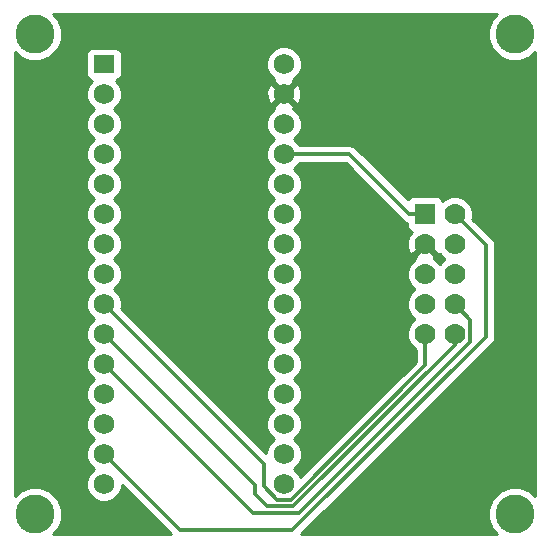
<source format=gtl>
G04 (created by PCBNEW-RS274X (2011-07-19)-testing) date Fri 10 Feb 2012 03:52:09 PM PST*
G01*
G70*
G90*
%MOIN*%
G04 Gerber Fmt 3.4, Leading zero omitted, Abs format*
%FSLAX34Y34*%
G04 APERTURE LIST*
%ADD10C,0.006000*%
%ADD11R,0.069000X0.060000*%
%ADD12C,0.069000*%
%ADD13R,0.070000X0.070000*%
%ADD14C,0.070000*%
%ADD15C,0.130000*%
%ADD16C,0.012000*%
%ADD17C,0.010000*%
G04 APERTURE END LIST*
G54D10*
G54D11*
X48300Y-32000D03*
G54D12*
X48300Y-33000D03*
X48300Y-34000D03*
X48300Y-35000D03*
X48300Y-36000D03*
X48300Y-37000D03*
X48300Y-38000D03*
X48300Y-39000D03*
X48300Y-40000D03*
X48300Y-41000D03*
X48300Y-42000D03*
X48300Y-43000D03*
X48300Y-44000D03*
X48300Y-45000D03*
X48300Y-46000D03*
X54300Y-46000D03*
X54300Y-45000D03*
X54300Y-44000D03*
X54300Y-43000D03*
X54300Y-42000D03*
X54300Y-41000D03*
X54300Y-40000D03*
X54300Y-39000D03*
X54300Y-38000D03*
X54300Y-37000D03*
X54300Y-36000D03*
X54300Y-35000D03*
X54300Y-34000D03*
X54300Y-33000D03*
X54300Y-32000D03*
G54D13*
X59000Y-37000D03*
G54D14*
X60000Y-37000D03*
X59000Y-38000D03*
X60000Y-38000D03*
X59000Y-39000D03*
X60000Y-39000D03*
X59000Y-40000D03*
X60000Y-40000D03*
X59000Y-41000D03*
X60000Y-41000D03*
G54D15*
X62000Y-31000D03*
X62000Y-47000D03*
X46000Y-47000D03*
X46000Y-31000D03*
G54D16*
X56487Y-35000D02*
X54300Y-35000D01*
X58487Y-37000D02*
X56487Y-35000D01*
X59000Y-37000D02*
X58487Y-37000D01*
X60514Y-40514D02*
X60000Y-40000D01*
X60514Y-41246D02*
X60514Y-40514D01*
X54794Y-46966D02*
X60514Y-41246D01*
X53266Y-46966D02*
X54794Y-46966D01*
X48300Y-42000D02*
X53266Y-46966D01*
X50843Y-47543D02*
X48300Y-45000D01*
X54582Y-47543D02*
X50843Y-47543D01*
X61042Y-41083D02*
X54582Y-47543D01*
X61042Y-38042D02*
X61042Y-41083D01*
X60000Y-37000D02*
X61042Y-38042D01*
X53627Y-45327D02*
X48300Y-40000D01*
X53627Y-46074D02*
X53627Y-45327D01*
X54073Y-46520D02*
X53627Y-46074D01*
X54524Y-46520D02*
X54073Y-46520D01*
X59000Y-42044D02*
X54524Y-46520D01*
X59000Y-41000D02*
X59000Y-42044D01*
X60000Y-41360D02*
X60000Y-41000D01*
X54617Y-46743D02*
X60000Y-41360D01*
X53727Y-46743D02*
X54617Y-46743D01*
X53324Y-46340D02*
X53727Y-46743D01*
X53324Y-46024D02*
X53324Y-46340D01*
X48300Y-41000D02*
X53324Y-46024D01*
G54D10*
G36*
X59653Y-38500D02*
X59500Y-38653D01*
X59339Y-38492D01*
X59319Y-38484D01*
X59343Y-38414D01*
X59000Y-38071D01*
X58929Y-38142D01*
X58657Y-38414D01*
X58680Y-38484D01*
X58661Y-38492D01*
X58492Y-38661D01*
X58401Y-38881D01*
X58401Y-39119D01*
X58492Y-39339D01*
X58653Y-39500D01*
X58492Y-39661D01*
X58401Y-39881D01*
X58401Y-40119D01*
X58492Y-40339D01*
X58653Y-40500D01*
X58492Y-40661D01*
X58401Y-40881D01*
X58401Y-41119D01*
X58492Y-41339D01*
X58661Y-41508D01*
X58690Y-41519D01*
X58690Y-41916D01*
X54844Y-45761D01*
X54804Y-45664D01*
X54640Y-45500D01*
X54803Y-45337D01*
X54894Y-45118D01*
X54894Y-44882D01*
X54804Y-44664D01*
X54640Y-44500D01*
X54803Y-44337D01*
X54894Y-44118D01*
X54894Y-43882D01*
X54804Y-43664D01*
X54640Y-43500D01*
X54803Y-43337D01*
X54894Y-43118D01*
X54894Y-42882D01*
X54804Y-42664D01*
X54640Y-42500D01*
X54803Y-42337D01*
X54894Y-42118D01*
X54894Y-41882D01*
X54804Y-41664D01*
X54640Y-41500D01*
X54803Y-41337D01*
X54894Y-41118D01*
X54894Y-40882D01*
X54804Y-40664D01*
X54640Y-40500D01*
X54803Y-40337D01*
X54894Y-40118D01*
X54894Y-39882D01*
X54804Y-39664D01*
X54640Y-39500D01*
X54803Y-39337D01*
X54894Y-39118D01*
X54894Y-38882D01*
X54804Y-38664D01*
X54640Y-38500D01*
X54803Y-38337D01*
X54894Y-38118D01*
X54894Y-37882D01*
X54804Y-37664D01*
X54640Y-37500D01*
X54803Y-37337D01*
X54894Y-37118D01*
X54894Y-36882D01*
X54804Y-36664D01*
X54640Y-36500D01*
X54803Y-36337D01*
X54894Y-36118D01*
X54894Y-35882D01*
X54804Y-35664D01*
X54640Y-35500D01*
X54803Y-35337D01*
X54814Y-35310D01*
X56358Y-35310D01*
X58267Y-37219D01*
X58268Y-37219D01*
X58318Y-37252D01*
X58368Y-37286D01*
X58369Y-37286D01*
X58401Y-37292D01*
X58401Y-37399D01*
X58439Y-37491D01*
X58509Y-37561D01*
X58556Y-37580D01*
X58498Y-37639D01*
X58533Y-37674D01*
X58487Y-37690D01*
X58407Y-37909D01*
X58418Y-38144D01*
X58487Y-38310D01*
X58586Y-38343D01*
X58894Y-38035D01*
X58929Y-38000D01*
X59000Y-37929D01*
X59071Y-38000D01*
X59106Y-38035D01*
X59414Y-38343D01*
X59484Y-38319D01*
X59492Y-38339D01*
X59653Y-38500D01*
X59653Y-38500D01*
G37*
G54D17*
X59653Y-38500D02*
X59500Y-38653D01*
X59339Y-38492D01*
X59319Y-38484D01*
X59343Y-38414D01*
X59000Y-38071D01*
X58929Y-38142D01*
X58657Y-38414D01*
X58680Y-38484D01*
X58661Y-38492D01*
X58492Y-38661D01*
X58401Y-38881D01*
X58401Y-39119D01*
X58492Y-39339D01*
X58653Y-39500D01*
X58492Y-39661D01*
X58401Y-39881D01*
X58401Y-40119D01*
X58492Y-40339D01*
X58653Y-40500D01*
X58492Y-40661D01*
X58401Y-40881D01*
X58401Y-41119D01*
X58492Y-41339D01*
X58661Y-41508D01*
X58690Y-41519D01*
X58690Y-41916D01*
X54844Y-45761D01*
X54804Y-45664D01*
X54640Y-45500D01*
X54803Y-45337D01*
X54894Y-45118D01*
X54894Y-44882D01*
X54804Y-44664D01*
X54640Y-44500D01*
X54803Y-44337D01*
X54894Y-44118D01*
X54894Y-43882D01*
X54804Y-43664D01*
X54640Y-43500D01*
X54803Y-43337D01*
X54894Y-43118D01*
X54894Y-42882D01*
X54804Y-42664D01*
X54640Y-42500D01*
X54803Y-42337D01*
X54894Y-42118D01*
X54894Y-41882D01*
X54804Y-41664D01*
X54640Y-41500D01*
X54803Y-41337D01*
X54894Y-41118D01*
X54894Y-40882D01*
X54804Y-40664D01*
X54640Y-40500D01*
X54803Y-40337D01*
X54894Y-40118D01*
X54894Y-39882D01*
X54804Y-39664D01*
X54640Y-39500D01*
X54803Y-39337D01*
X54894Y-39118D01*
X54894Y-38882D01*
X54804Y-38664D01*
X54640Y-38500D01*
X54803Y-38337D01*
X54894Y-38118D01*
X54894Y-37882D01*
X54804Y-37664D01*
X54640Y-37500D01*
X54803Y-37337D01*
X54894Y-37118D01*
X54894Y-36882D01*
X54804Y-36664D01*
X54640Y-36500D01*
X54803Y-36337D01*
X54894Y-36118D01*
X54894Y-35882D01*
X54804Y-35664D01*
X54640Y-35500D01*
X54803Y-35337D01*
X54814Y-35310D01*
X56358Y-35310D01*
X58267Y-37219D01*
X58268Y-37219D01*
X58318Y-37252D01*
X58368Y-37286D01*
X58369Y-37286D01*
X58401Y-37292D01*
X58401Y-37399D01*
X58439Y-37491D01*
X58509Y-37561D01*
X58556Y-37580D01*
X58498Y-37639D01*
X58533Y-37674D01*
X58487Y-37690D01*
X58407Y-37909D01*
X58418Y-38144D01*
X58487Y-38310D01*
X58586Y-38343D01*
X58894Y-38035D01*
X58929Y-38000D01*
X59000Y-37929D01*
X59071Y-38000D01*
X59106Y-38035D01*
X59414Y-38343D01*
X59484Y-38319D01*
X59492Y-38339D01*
X59653Y-38500D01*
G54D10*
G36*
X62675Y-46402D02*
X62511Y-46238D01*
X62180Y-46100D01*
X61822Y-46100D01*
X61491Y-46237D01*
X61238Y-46489D01*
X61100Y-46820D01*
X61100Y-47178D01*
X61237Y-47509D01*
X61402Y-47675D01*
X54888Y-47675D01*
X61261Y-41303D01*
X61261Y-41302D01*
X61328Y-41202D01*
X61351Y-41084D01*
X61352Y-41083D01*
X61352Y-38042D01*
X61328Y-37923D01*
X61261Y-37823D01*
X61261Y-37822D01*
X60586Y-37148D01*
X60599Y-37119D01*
X60599Y-36881D01*
X60508Y-36661D01*
X60339Y-36492D01*
X60119Y-36401D01*
X59881Y-36401D01*
X59661Y-36492D01*
X59585Y-36567D01*
X59561Y-36509D01*
X59491Y-36439D01*
X59400Y-36401D01*
X59301Y-36401D01*
X58601Y-36401D01*
X58509Y-36439D01*
X58439Y-36509D01*
X58437Y-36511D01*
X56706Y-34781D01*
X56606Y-34714D01*
X56487Y-34690D01*
X54814Y-34690D01*
X54804Y-34664D01*
X54640Y-34500D01*
X54803Y-34337D01*
X54894Y-34118D01*
X54894Y-33882D01*
X54894Y-32118D01*
X54894Y-31882D01*
X54804Y-31664D01*
X54637Y-31497D01*
X54418Y-31406D01*
X54182Y-31406D01*
X53964Y-31496D01*
X53797Y-31663D01*
X53706Y-31882D01*
X53706Y-32118D01*
X53796Y-32336D01*
X53963Y-32503D01*
X53985Y-32512D01*
X53961Y-32590D01*
X54300Y-32929D01*
X54639Y-32590D01*
X54614Y-32512D01*
X54636Y-32504D01*
X54803Y-32337D01*
X54894Y-32118D01*
X54894Y-33882D01*
X54888Y-33867D01*
X54888Y-33090D01*
X54878Y-32858D01*
X54808Y-32692D01*
X54710Y-32661D01*
X54371Y-33000D01*
X54710Y-33339D01*
X54808Y-33308D01*
X54888Y-33090D01*
X54888Y-33867D01*
X54804Y-33664D01*
X54637Y-33497D01*
X54614Y-33487D01*
X54639Y-33410D01*
X54300Y-33071D01*
X54229Y-33142D01*
X54229Y-33000D01*
X53890Y-32661D01*
X53792Y-32692D01*
X53712Y-32910D01*
X53722Y-33142D01*
X53792Y-33308D01*
X53890Y-33339D01*
X54229Y-33000D01*
X54229Y-33142D01*
X53961Y-33410D01*
X53985Y-33487D01*
X53964Y-33496D01*
X53797Y-33663D01*
X53706Y-33882D01*
X53706Y-34118D01*
X53796Y-34336D01*
X53960Y-34500D01*
X53797Y-34663D01*
X53706Y-34882D01*
X53706Y-35118D01*
X53796Y-35336D01*
X53960Y-35500D01*
X53797Y-35663D01*
X53706Y-35882D01*
X53706Y-36118D01*
X53796Y-36336D01*
X53960Y-36500D01*
X53797Y-36663D01*
X53706Y-36882D01*
X53706Y-37118D01*
X53796Y-37336D01*
X53960Y-37500D01*
X53797Y-37663D01*
X53706Y-37882D01*
X53706Y-38118D01*
X53796Y-38336D01*
X53960Y-38500D01*
X53797Y-38663D01*
X53706Y-38882D01*
X53706Y-39118D01*
X53796Y-39336D01*
X53960Y-39500D01*
X53797Y-39663D01*
X53706Y-39882D01*
X53706Y-40118D01*
X53796Y-40336D01*
X53960Y-40500D01*
X53797Y-40663D01*
X53706Y-40882D01*
X53706Y-41118D01*
X53796Y-41336D01*
X53960Y-41500D01*
X53797Y-41663D01*
X53706Y-41882D01*
X53706Y-42118D01*
X53796Y-42336D01*
X53960Y-42500D01*
X53797Y-42663D01*
X53706Y-42882D01*
X53706Y-43118D01*
X53796Y-43336D01*
X53960Y-43500D01*
X53797Y-43663D01*
X53706Y-43882D01*
X53706Y-44118D01*
X53796Y-44336D01*
X53960Y-44500D01*
X53797Y-44663D01*
X53706Y-44882D01*
X53706Y-44967D01*
X48882Y-40144D01*
X48894Y-40118D01*
X48894Y-39882D01*
X48804Y-39664D01*
X48640Y-39500D01*
X48803Y-39337D01*
X48894Y-39118D01*
X48894Y-38882D01*
X48804Y-38664D01*
X48640Y-38500D01*
X48803Y-38337D01*
X48894Y-38118D01*
X48894Y-37882D01*
X48804Y-37664D01*
X48640Y-37500D01*
X48803Y-37337D01*
X48894Y-37118D01*
X48894Y-36882D01*
X48804Y-36664D01*
X48640Y-36500D01*
X48803Y-36337D01*
X48894Y-36118D01*
X48894Y-35882D01*
X48804Y-35664D01*
X48640Y-35500D01*
X48803Y-35337D01*
X48894Y-35118D01*
X48894Y-34882D01*
X48804Y-34664D01*
X48640Y-34500D01*
X48803Y-34337D01*
X48894Y-34118D01*
X48894Y-33882D01*
X48804Y-33664D01*
X48640Y-33500D01*
X48803Y-33337D01*
X48894Y-33118D01*
X48894Y-32882D01*
X48804Y-32664D01*
X48689Y-32549D01*
X48694Y-32549D01*
X48786Y-32511D01*
X48856Y-32441D01*
X48894Y-32350D01*
X48894Y-32251D01*
X48894Y-31651D01*
X48856Y-31559D01*
X48786Y-31489D01*
X48695Y-31451D01*
X48596Y-31451D01*
X47906Y-31451D01*
X47814Y-31489D01*
X47744Y-31559D01*
X47706Y-31650D01*
X47706Y-31749D01*
X47706Y-32349D01*
X47744Y-32441D01*
X47814Y-32511D01*
X47905Y-32549D01*
X47911Y-32549D01*
X47797Y-32663D01*
X47706Y-32882D01*
X47706Y-33118D01*
X47796Y-33336D01*
X47960Y-33500D01*
X47797Y-33663D01*
X47706Y-33882D01*
X47706Y-34118D01*
X47796Y-34336D01*
X47960Y-34500D01*
X47797Y-34663D01*
X47706Y-34882D01*
X47706Y-35118D01*
X47796Y-35336D01*
X47960Y-35500D01*
X47797Y-35663D01*
X47706Y-35882D01*
X47706Y-36118D01*
X47796Y-36336D01*
X47960Y-36500D01*
X47797Y-36663D01*
X47706Y-36882D01*
X47706Y-37118D01*
X47796Y-37336D01*
X47960Y-37500D01*
X47797Y-37663D01*
X47706Y-37882D01*
X47706Y-38118D01*
X47796Y-38336D01*
X47960Y-38500D01*
X47797Y-38663D01*
X47706Y-38882D01*
X47706Y-39118D01*
X47796Y-39336D01*
X47960Y-39500D01*
X47797Y-39663D01*
X47706Y-39882D01*
X47706Y-40118D01*
X47796Y-40336D01*
X47960Y-40500D01*
X47797Y-40663D01*
X47706Y-40882D01*
X47706Y-41118D01*
X47796Y-41336D01*
X47960Y-41500D01*
X47797Y-41663D01*
X47706Y-41882D01*
X47706Y-42118D01*
X47796Y-42336D01*
X47960Y-42500D01*
X47797Y-42663D01*
X47706Y-42882D01*
X47706Y-43118D01*
X47796Y-43336D01*
X47960Y-43500D01*
X47797Y-43663D01*
X47706Y-43882D01*
X47706Y-44118D01*
X47796Y-44336D01*
X47960Y-44500D01*
X47797Y-44663D01*
X47706Y-44882D01*
X47706Y-45118D01*
X47796Y-45336D01*
X47960Y-45500D01*
X47797Y-45663D01*
X47706Y-45882D01*
X47706Y-46118D01*
X47796Y-46336D01*
X47963Y-46503D01*
X48182Y-46594D01*
X48418Y-46594D01*
X48636Y-46504D01*
X48803Y-46337D01*
X48894Y-46118D01*
X48894Y-46032D01*
X50537Y-47675D01*
X46597Y-47675D01*
X46762Y-47511D01*
X46900Y-47180D01*
X46900Y-46822D01*
X46763Y-46491D01*
X46511Y-46238D01*
X46180Y-46100D01*
X45822Y-46100D01*
X45491Y-46237D01*
X45325Y-46402D01*
X45325Y-31597D01*
X45489Y-31762D01*
X45820Y-31900D01*
X46178Y-31900D01*
X46509Y-31763D01*
X46762Y-31511D01*
X46900Y-31180D01*
X46900Y-30822D01*
X46763Y-30491D01*
X46597Y-30325D01*
X61402Y-30325D01*
X61238Y-30489D01*
X61100Y-30820D01*
X61100Y-31178D01*
X61237Y-31509D01*
X61489Y-31762D01*
X61820Y-31900D01*
X62178Y-31900D01*
X62509Y-31763D01*
X62675Y-31597D01*
X62675Y-46402D01*
X62675Y-46402D01*
G37*
G54D17*
X62675Y-46402D02*
X62511Y-46238D01*
X62180Y-46100D01*
X61822Y-46100D01*
X61491Y-46237D01*
X61238Y-46489D01*
X61100Y-46820D01*
X61100Y-47178D01*
X61237Y-47509D01*
X61402Y-47675D01*
X54888Y-47675D01*
X61261Y-41303D01*
X61261Y-41302D01*
X61328Y-41202D01*
X61351Y-41084D01*
X61352Y-41083D01*
X61352Y-38042D01*
X61328Y-37923D01*
X61261Y-37823D01*
X61261Y-37822D01*
X60586Y-37148D01*
X60599Y-37119D01*
X60599Y-36881D01*
X60508Y-36661D01*
X60339Y-36492D01*
X60119Y-36401D01*
X59881Y-36401D01*
X59661Y-36492D01*
X59585Y-36567D01*
X59561Y-36509D01*
X59491Y-36439D01*
X59400Y-36401D01*
X59301Y-36401D01*
X58601Y-36401D01*
X58509Y-36439D01*
X58439Y-36509D01*
X58437Y-36511D01*
X56706Y-34781D01*
X56606Y-34714D01*
X56487Y-34690D01*
X54814Y-34690D01*
X54804Y-34664D01*
X54640Y-34500D01*
X54803Y-34337D01*
X54894Y-34118D01*
X54894Y-33882D01*
X54894Y-32118D01*
X54894Y-31882D01*
X54804Y-31664D01*
X54637Y-31497D01*
X54418Y-31406D01*
X54182Y-31406D01*
X53964Y-31496D01*
X53797Y-31663D01*
X53706Y-31882D01*
X53706Y-32118D01*
X53796Y-32336D01*
X53963Y-32503D01*
X53985Y-32512D01*
X53961Y-32590D01*
X54300Y-32929D01*
X54639Y-32590D01*
X54614Y-32512D01*
X54636Y-32504D01*
X54803Y-32337D01*
X54894Y-32118D01*
X54894Y-33882D01*
X54888Y-33867D01*
X54888Y-33090D01*
X54878Y-32858D01*
X54808Y-32692D01*
X54710Y-32661D01*
X54371Y-33000D01*
X54710Y-33339D01*
X54808Y-33308D01*
X54888Y-33090D01*
X54888Y-33867D01*
X54804Y-33664D01*
X54637Y-33497D01*
X54614Y-33487D01*
X54639Y-33410D01*
X54300Y-33071D01*
X54229Y-33142D01*
X54229Y-33000D01*
X53890Y-32661D01*
X53792Y-32692D01*
X53712Y-32910D01*
X53722Y-33142D01*
X53792Y-33308D01*
X53890Y-33339D01*
X54229Y-33000D01*
X54229Y-33142D01*
X53961Y-33410D01*
X53985Y-33487D01*
X53964Y-33496D01*
X53797Y-33663D01*
X53706Y-33882D01*
X53706Y-34118D01*
X53796Y-34336D01*
X53960Y-34500D01*
X53797Y-34663D01*
X53706Y-34882D01*
X53706Y-35118D01*
X53796Y-35336D01*
X53960Y-35500D01*
X53797Y-35663D01*
X53706Y-35882D01*
X53706Y-36118D01*
X53796Y-36336D01*
X53960Y-36500D01*
X53797Y-36663D01*
X53706Y-36882D01*
X53706Y-37118D01*
X53796Y-37336D01*
X53960Y-37500D01*
X53797Y-37663D01*
X53706Y-37882D01*
X53706Y-38118D01*
X53796Y-38336D01*
X53960Y-38500D01*
X53797Y-38663D01*
X53706Y-38882D01*
X53706Y-39118D01*
X53796Y-39336D01*
X53960Y-39500D01*
X53797Y-39663D01*
X53706Y-39882D01*
X53706Y-40118D01*
X53796Y-40336D01*
X53960Y-40500D01*
X53797Y-40663D01*
X53706Y-40882D01*
X53706Y-41118D01*
X53796Y-41336D01*
X53960Y-41500D01*
X53797Y-41663D01*
X53706Y-41882D01*
X53706Y-42118D01*
X53796Y-42336D01*
X53960Y-42500D01*
X53797Y-42663D01*
X53706Y-42882D01*
X53706Y-43118D01*
X53796Y-43336D01*
X53960Y-43500D01*
X53797Y-43663D01*
X53706Y-43882D01*
X53706Y-44118D01*
X53796Y-44336D01*
X53960Y-44500D01*
X53797Y-44663D01*
X53706Y-44882D01*
X53706Y-44967D01*
X48882Y-40144D01*
X48894Y-40118D01*
X48894Y-39882D01*
X48804Y-39664D01*
X48640Y-39500D01*
X48803Y-39337D01*
X48894Y-39118D01*
X48894Y-38882D01*
X48804Y-38664D01*
X48640Y-38500D01*
X48803Y-38337D01*
X48894Y-38118D01*
X48894Y-37882D01*
X48804Y-37664D01*
X48640Y-37500D01*
X48803Y-37337D01*
X48894Y-37118D01*
X48894Y-36882D01*
X48804Y-36664D01*
X48640Y-36500D01*
X48803Y-36337D01*
X48894Y-36118D01*
X48894Y-35882D01*
X48804Y-35664D01*
X48640Y-35500D01*
X48803Y-35337D01*
X48894Y-35118D01*
X48894Y-34882D01*
X48804Y-34664D01*
X48640Y-34500D01*
X48803Y-34337D01*
X48894Y-34118D01*
X48894Y-33882D01*
X48804Y-33664D01*
X48640Y-33500D01*
X48803Y-33337D01*
X48894Y-33118D01*
X48894Y-32882D01*
X48804Y-32664D01*
X48689Y-32549D01*
X48694Y-32549D01*
X48786Y-32511D01*
X48856Y-32441D01*
X48894Y-32350D01*
X48894Y-32251D01*
X48894Y-31651D01*
X48856Y-31559D01*
X48786Y-31489D01*
X48695Y-31451D01*
X48596Y-31451D01*
X47906Y-31451D01*
X47814Y-31489D01*
X47744Y-31559D01*
X47706Y-31650D01*
X47706Y-31749D01*
X47706Y-32349D01*
X47744Y-32441D01*
X47814Y-32511D01*
X47905Y-32549D01*
X47911Y-32549D01*
X47797Y-32663D01*
X47706Y-32882D01*
X47706Y-33118D01*
X47796Y-33336D01*
X47960Y-33500D01*
X47797Y-33663D01*
X47706Y-33882D01*
X47706Y-34118D01*
X47796Y-34336D01*
X47960Y-34500D01*
X47797Y-34663D01*
X47706Y-34882D01*
X47706Y-35118D01*
X47796Y-35336D01*
X47960Y-35500D01*
X47797Y-35663D01*
X47706Y-35882D01*
X47706Y-36118D01*
X47796Y-36336D01*
X47960Y-36500D01*
X47797Y-36663D01*
X47706Y-36882D01*
X47706Y-37118D01*
X47796Y-37336D01*
X47960Y-37500D01*
X47797Y-37663D01*
X47706Y-37882D01*
X47706Y-38118D01*
X47796Y-38336D01*
X47960Y-38500D01*
X47797Y-38663D01*
X47706Y-38882D01*
X47706Y-39118D01*
X47796Y-39336D01*
X47960Y-39500D01*
X47797Y-39663D01*
X47706Y-39882D01*
X47706Y-40118D01*
X47796Y-40336D01*
X47960Y-40500D01*
X47797Y-40663D01*
X47706Y-40882D01*
X47706Y-41118D01*
X47796Y-41336D01*
X47960Y-41500D01*
X47797Y-41663D01*
X47706Y-41882D01*
X47706Y-42118D01*
X47796Y-42336D01*
X47960Y-42500D01*
X47797Y-42663D01*
X47706Y-42882D01*
X47706Y-43118D01*
X47796Y-43336D01*
X47960Y-43500D01*
X47797Y-43663D01*
X47706Y-43882D01*
X47706Y-44118D01*
X47796Y-44336D01*
X47960Y-44500D01*
X47797Y-44663D01*
X47706Y-44882D01*
X47706Y-45118D01*
X47796Y-45336D01*
X47960Y-45500D01*
X47797Y-45663D01*
X47706Y-45882D01*
X47706Y-46118D01*
X47796Y-46336D01*
X47963Y-46503D01*
X48182Y-46594D01*
X48418Y-46594D01*
X48636Y-46504D01*
X48803Y-46337D01*
X48894Y-46118D01*
X48894Y-46032D01*
X50537Y-47675D01*
X46597Y-47675D01*
X46762Y-47511D01*
X46900Y-47180D01*
X46900Y-46822D01*
X46763Y-46491D01*
X46511Y-46238D01*
X46180Y-46100D01*
X45822Y-46100D01*
X45491Y-46237D01*
X45325Y-46402D01*
X45325Y-31597D01*
X45489Y-31762D01*
X45820Y-31900D01*
X46178Y-31900D01*
X46509Y-31763D01*
X46762Y-31511D01*
X46900Y-31180D01*
X46900Y-30822D01*
X46763Y-30491D01*
X46597Y-30325D01*
X61402Y-30325D01*
X61238Y-30489D01*
X61100Y-30820D01*
X61100Y-31178D01*
X61237Y-31509D01*
X61489Y-31762D01*
X61820Y-31900D01*
X62178Y-31900D01*
X62509Y-31763D01*
X62675Y-31597D01*
X62675Y-46402D01*
M02*

</source>
